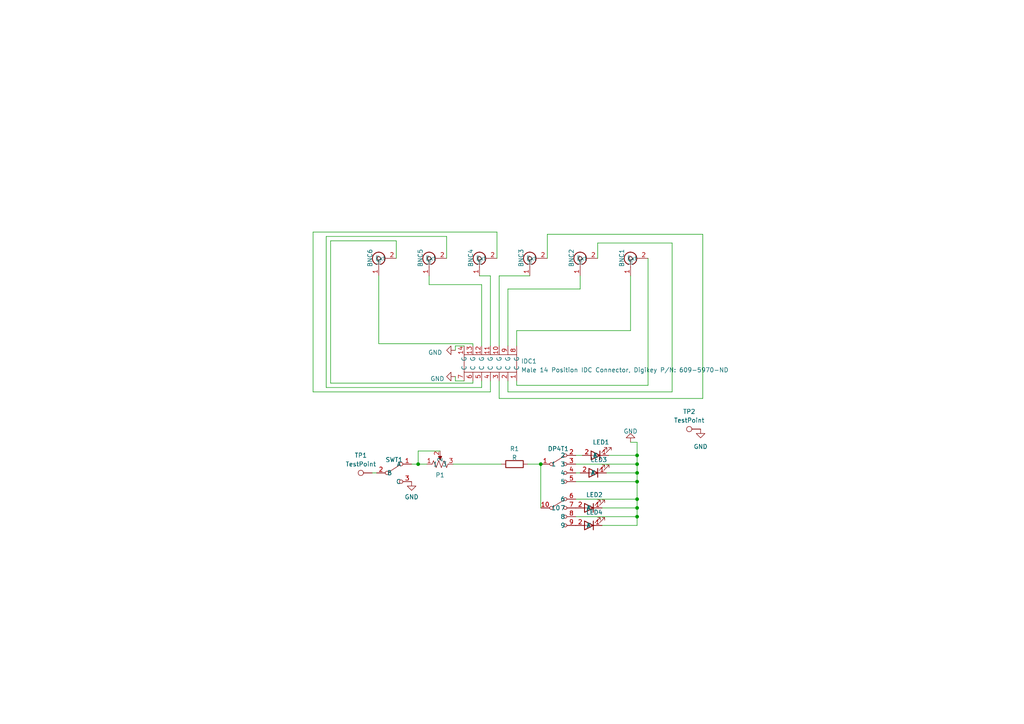
<source format=kicad_sch>
(kicad_sch (version 20230121) (generator eeschema)

  (uuid 8460b836-8eff-47e8-abfe-11c57614fe1f)

  (paper "A4")

  (lib_symbols
    (symbol "Connector:TestPoint" (pin_numbers hide) (pin_names (offset 0.762) hide) (in_bom yes) (on_board yes)
      (property "Reference" "TP" (at 0 6.858 0)
        (effects (font (size 1.27 1.27)))
      )
      (property "Value" "TestPoint" (at 0 5.08 0)
        (effects (font (size 1.27 1.27)))
      )
      (property "Footprint" "" (at 5.08 0 0)
        (effects (font (size 1.27 1.27)) hide)
      )
      (property "Datasheet" "~" (at 5.08 0 0)
        (effects (font (size 1.27 1.27)) hide)
      )
      (property "ki_keywords" "test point tp" (at 0 0 0)
        (effects (font (size 1.27 1.27)) hide)
      )
      (property "ki_description" "test point" (at 0 0 0)
        (effects (font (size 1.27 1.27)) hide)
      )
      (property "ki_fp_filters" "Pin* Test*" (at 0 0 0)
        (effects (font (size 1.27 1.27)) hide)
      )
      (symbol "TestPoint_0_1"
        (circle (center 0 3.302) (radius 0.762)
          (stroke (width 0) (type default))
          (fill (type none))
        )
      )
      (symbol "TestPoint_1_1"
        (pin passive line (at 0 0 90) (length 2.54)
          (name "1" (effects (font (size 1.27 1.27))))
          (number "1" (effects (font (size 1.27 1.27))))
        )
      )
    )
    (symbol "Device:R" (pin_numbers hide) (pin_names (offset 0)) (in_bom yes) (on_board yes)
      (property "Reference" "R" (at 2.032 0 90)
        (effects (font (size 1.27 1.27)))
      )
      (property "Value" "R" (at 0 0 90)
        (effects (font (size 1.27 1.27)))
      )
      (property "Footprint" "" (at -1.778 0 90)
        (effects (font (size 1.27 1.27)) hide)
      )
      (property "Datasheet" "~" (at 0 0 0)
        (effects (font (size 1.27 1.27)) hide)
      )
      (property "ki_keywords" "R res resistor" (at 0 0 0)
        (effects (font (size 1.27 1.27)) hide)
      )
      (property "ki_description" "Resistor" (at 0 0 0)
        (effects (font (size 1.27 1.27)) hide)
      )
      (property "ki_fp_filters" "R_*" (at 0 0 0)
        (effects (font (size 1.27 1.27)) hide)
      )
      (symbol "R_0_1"
        (rectangle (start -1.016 -2.54) (end 1.016 2.54)
          (stroke (width 0.254) (type default))
          (fill (type none))
        )
      )
      (symbol "R_1_1"
        (pin passive line (at 0 3.81 270) (length 1.27)
          (name "~" (effects (font (size 1.27 1.27))))
          (number "1" (effects (font (size 1.27 1.27))))
        )
        (pin passive line (at 0 -3.81 90) (length 1.27)
          (name "~" (effects (font (size 1.27 1.27))))
          (number "2" (effects (font (size 1.27 1.27))))
        )
      )
    )
    (symbol "Genera_BNC_Schematic_Library:AV2 SPDT Switch" (in_bom yes) (on_board yes)
      (property "Reference" "SWT" (at 0.254 2.794 0)
        (effects (font (size 1.27 1.27)))
      )
      (property "Value" "AV2 SPDT Switch, Digikey P/N: CKN1447-ND" (at 0 0 0)
        (effects (font (size 1.27 1.27)) hide)
      )
      (property "Footprint" "General_BNC_Footprint_Library:AV2_Switch" (at 0 0 0)
        (effects (font (size 1.27 1.27)) hide)
      )
      (property "Datasheet" "https://www.mouser.ca/datasheet/2/240/7000toggle-3050784.pdf" (at 0 0 0)
        (effects (font (size 1.27 1.27)) hide)
      )
      (symbol "AV2 SPDT Switch_0_0"
        (circle (center 3.048 0) (radius 0.508)
          (stroke (width 0) (type default))
          (fill (type none))
        )
        (circle (center 7.112 -2.54) (radius 0.508)
          (stroke (width 0) (type default))
          (fill (type none))
        )
      )
      (symbol "AV2 SPDT Switch_0_1"
        (polyline
          (pts
            (xy 3.556 0.254)
            (xy 6.731 2.286)
          )
          (stroke (width 0) (type default))
          (fill (type none))
        )
        (circle (center 7.112 2.54) (radius 0.508)
          (stroke (width 0) (type default))
          (fill (type none))
        )
      )
      (symbol "AV2 SPDT Switch_1_1"
        (pin passive line (at 10.16 2.54 180) (length 2.54)
          (name "A" (effects (font (size 1.27 1.27))))
          (number "1" (effects (font (size 1.27 1.27))))
        )
        (pin passive line (at 0 0 0) (length 2.54)
          (name "B" (effects (font (size 1.27 1.27))))
          (number "2" (effects (font (size 1.27 1.27))))
        )
        (pin passive line (at 10.16 -2.54 180) (length 2.54)
          (name "C" (effects (font (size 1.27 1.27))))
          (number "3" (effects (font (size 1.27 1.27))))
        )
      )
    )
    (symbol "Genera_BNC_Schematic_Library:DP4T_Rotary_Switch" (in_bom yes) (on_board yes)
      (property "Reference" "DP4T" (at 0 2.794 0)
        (effects (font (size 1.27 1.27)))
      )
      (property "Value" "Rotary Switches 2 POLE 4 POS D SHAFT, Mouser P/N: 105-SR10010F-24NS" (at 1.778 14.478 0)
        (effects (font (size 1.27 1.27)) hide)
      )
      (property "Footprint" "General_BNC_Footprint_Library:Rotary Switches 2 Pole 4 Position" (at -0.508 17.018 0)
        (effects (font (size 1.27 1.27)) hide)
      )
      (property "Datasheet" "https://www.mouser.ca/datasheet/2/13/SR10010F-2303790.pdf" (at 0.508 11.938 0)
        (effects (font (size 1.27 1.27)) hide)
      )
      (symbol "DP4T_Rotary_Switch_0_1"
        (polyline
          (pts
            (xy 3.429 -12.446)
            (xy 6.731 -10.414)
          )
          (stroke (width 0) (type default))
          (fill (type none))
        )
        (polyline
          (pts
            (xy 3.429 0.254)
            (xy 6.731 2.286)
          )
          (stroke (width 0) (type default))
          (fill (type none))
        )
        (circle (center 3.048 -12.7) (radius 0.4572)
          (stroke (width 0) (type default))
          (fill (type none))
        )
        (circle (center 3.048 0) (radius 0.4572)
          (stroke (width 0) (type default))
          (fill (type none))
        )
        (circle (center 7.112 -17.78) (radius 0.4572)
          (stroke (width 0) (type default))
          (fill (type none))
        )
        (circle (center 7.112 -15.24) (radius 0.4572)
          (stroke (width 0) (type default))
          (fill (type none))
        )
        (circle (center 7.112 -12.7) (radius 0.4572)
          (stroke (width 0) (type default))
          (fill (type none))
        )
        (circle (center 7.112 -10.16) (radius 0.4572)
          (stroke (width 0) (type default))
          (fill (type none))
        )
        (circle (center 7.112 -5.08) (radius 0.4572)
          (stroke (width 0) (type default))
          (fill (type none))
        )
        (circle (center 7.112 -2.54) (radius 0.4572)
          (stroke (width 0) (type default))
          (fill (type none))
        )
        (circle (center 7.112 0) (radius 0.4572)
          (stroke (width 0) (type default))
          (fill (type none))
        )
        (circle (center 7.112 2.54) (radius 0.4572)
          (stroke (width 0) (type default))
          (fill (type none))
        )
      )
      (symbol "DP4T_Rotary_Switch_1_1"
        (pin passive line (at 0 0 0) (length 2.54)
          (name "1" (effects (font (size 1.27 1.27))))
          (number "1" (effects (font (size 1.27 1.27))))
        )
        (pin passive line (at 0 -12.7 0) (length 2.54)
          (name "10" (effects (font (size 1.27 1.27))))
          (number "10" (effects (font (size 1.27 1.27))))
        )
        (pin passive line (at 10.16 2.54 180) (length 2.54)
          (name "2" (effects (font (size 1.27 1.27))))
          (number "2" (effects (font (size 1.27 1.27))))
        )
        (pin passive line (at 10.16 0 180) (length 2.54)
          (name "3" (effects (font (size 1.27 1.27))))
          (number "3" (effects (font (size 1.27 1.27))))
        )
        (pin passive line (at 10.16 -2.54 180) (length 2.54)
          (name "4" (effects (font (size 1.27 1.27))))
          (number "4" (effects (font (size 1.27 1.27))))
        )
        (pin passive line (at 10.16 -5.08 180) (length 2.54)
          (name "5" (effects (font (size 1.27 1.27))))
          (number "5" (effects (font (size 1.27 1.27))))
        )
        (pin passive line (at 10.16 -10.16 180) (length 2.54)
          (name "6" (effects (font (size 1.27 1.27))))
          (number "6" (effects (font (size 1.27 1.27))))
        )
        (pin passive line (at 10.16 -12.7 180) (length 2.54)
          (name "7" (effects (font (size 1.27 1.27))))
          (number "7" (effects (font (size 1.27 1.27))))
        )
        (pin passive line (at 10.16 -15.24 180) (length 2.54)
          (name "8" (effects (font (size 1.27 1.27))))
          (number "8" (effects (font (size 1.27 1.27))))
        )
        (pin passive line (at 10.16 -17.78 180) (length 2.54)
          (name "9" (effects (font (size 1.27 1.27))))
          (number "9" (effects (font (size 1.27 1.27))))
        )
      )
    )
    (symbol "Genera_BNC_Schematic_Library:LED" (in_bom yes) (on_board yes)
      (property "Reference" "LED" (at 3.556 2.032 0)
        (effects (font (size 1.27 1.27)))
      )
      (property "Value" "LED Mouser P/N: 551-0407F" (at 0 0 0)
        (effects (font (size 1.27 1.27)) hide)
      )
      (property "Footprint" "General_BNC_Footprint_Library:LED" (at 0 0 0)
        (effects (font (size 1.27 1.27)) hide)
      )
      (property "Datasheet" "https://www.mouser.ca/datasheet/2/109/551_xx07-1163311.pdf" (at 0 0 0)
        (effects (font (size 1.27 1.27)) hide)
      )
      (symbol "LED_0_1"
        (polyline
          (pts
            (xy 2.54 -1.27)
            (xy 2.54 1.27)
          )
          (stroke (width 0.254) (type default))
          (fill (type none))
        )
        (polyline
          (pts
            (xy 2.54 0)
            (xy 5.08 0)
          )
          (stroke (width 0) (type default))
          (fill (type none))
        )
        (polyline
          (pts
            (xy 5.08 -1.27)
            (xy 5.08 1.27)
            (xy 2.54 0)
            (xy 5.08 -1.27)
          )
          (stroke (width 0.254) (type default))
          (fill (type none))
        )
        (polyline
          (pts
            (xy 0.762 -0.762)
            (xy -0.762 -2.286)
            (xy 0 -2.286)
            (xy -0.762 -2.286)
            (xy -0.762 -1.524)
          )
          (stroke (width 0) (type default))
          (fill (type none))
        )
        (polyline
          (pts
            (xy 2.032 -0.762)
            (xy 0.508 -2.286)
            (xy 1.27 -2.286)
            (xy 0.508 -2.286)
            (xy 0.508 -1.524)
          )
          (stroke (width 0) (type default))
          (fill (type none))
        )
      )
      (symbol "LED_1_1"
        (pin passive line (at 0 0 0) (length 2.54)
          (name "K" (effects (font (size 1.27 1.27))))
          (number "1" (effects (font (size 1.27 1.27))))
        )
        (pin passive line (at 7.62 0 180) (length 2.54)
          (name "A" (effects (font (size 1.27 1.27))))
          (number "2" (effects (font (size 1.27 1.27))))
        )
      )
    )
    (symbol "Genera_BNC_Schematic_Library:Potentiometer" (in_bom yes) (on_board yes)
      (property "Reference" "P" (at 0 0 0)
        (effects (font (size 1.27 1.27)))
      )
      (property "Value" "Potentiometer, Digikey P/N: 3590P-2-103L-ND" (at 0 0 0)
        (effects (font (size 1.27 1.27)) hide)
      )
      (property "Footprint" "General_BNC_Footprint_Library:Potentiometer" (at 0 0 0)
        (effects (font (size 1.27 1.27)) hide)
      )
      (property "Datasheet" "https://www.bourns.com/docs/Product-Datasheets/3590.pdf" (at 0 0 0)
        (effects (font (size 1.27 1.27)) hide)
      )
      (symbol "Potentiometer_0_1"
        (polyline
          (pts
            (xy 0 -2.286)
            (xy 0 -2.54)
          )
          (stroke (width 0) (type default))
          (fill (type none))
        )
        (polyline
          (pts
            (xy 0 2.54)
            (xy 0 2.286)
          )
          (stroke (width 0) (type default))
          (fill (type none))
        )
        (polyline
          (pts
            (xy 2.54 0)
            (xy 1.524 0)
          )
          (stroke (width 0) (type default))
          (fill (type none))
        )
        (polyline
          (pts
            (xy 1.143 0)
            (xy 2.286 0.508)
            (xy 2.286 -0.508)
            (xy 1.143 0)
          )
          (stroke (width 0) (type default))
          (fill (type outline))
        )
        (polyline
          (pts
            (xy 0 -0.762)
            (xy 1.016 -1.143)
            (xy 0 -1.524)
            (xy -1.016 -1.905)
            (xy 0 -2.286)
          )
          (stroke (width 0) (type default))
          (fill (type none))
        )
        (polyline
          (pts
            (xy 0 0.762)
            (xy 1.016 0.381)
            (xy 0 0)
            (xy -1.016 -0.381)
            (xy 0 -0.762)
          )
          (stroke (width 0) (type default))
          (fill (type none))
        )
        (polyline
          (pts
            (xy 0 2.286)
            (xy 1.016 1.905)
            (xy 0 1.524)
            (xy -1.016 1.143)
            (xy 0 0.762)
          )
          (stroke (width 0) (type default))
          (fill (type none))
        )
      )
      (symbol "Potentiometer_1_1"
        (pin passive line (at 0 3.81 270) (length 1.27)
          (name "1" (effects (font (size 1.27 1.27))))
          (number "1" (effects (font (size 1.27 1.27))))
        )
        (pin passive line (at 3.81 0 180) (length 1.27)
          (name "2" (effects (font (size 1.27 1.27))))
          (number "2" (effects (font (size 1.27 1.27))))
        )
        (pin passive line (at 0 -3.81 90) (length 1.27)
          (name "3" (effects (font (size 1.27 1.27))))
          (number "3" (effects (font (size 1.27 1.27))))
        )
      )
    )
    (symbol "General_BNC_PCB_BOARD2_Schematic_Library:14_Position_Male_IDC" (in_bom yes) (on_board yes)
      (property "Reference" "IDC" (at 6.35 -2.794 0)
        (effects (font (size 1.27 1.27)))
      )
      (property "Value" "Male 14 Position IDC Connector, Digikey P/N: 609-5970-ND" (at -1.524 -17.78 0)
        (effects (font (size 1.27 1.27)))
      )
      (property "Footprint" "General_BNC_PCB_BOARD2_Footprint_Library:Male IDC Connector" (at 1.016 -14.986 0)
        (effects (font (size 1.27 1.27)) hide)
      )
      (property "Datasheet" "https://cdn.amphenol-cs.com/media/wysiwyg/files/drawing/71922.pdf" (at -0.254 -21.082 0)
        (effects (font (size 1.27 1.27)) hide)
      )
      (symbol "14_Position_Male_IDC_0_1"
        (rectangle (start 0 0) (end 15.24 -5.08)
          (stroke (width 0) (type default))
          (fill (type none))
        )
      )
      (symbol "14_Position_Male_IDC_1_1"
        (pin passive line (at 0 2.54 270) (length 2.54)
          (name "C" (effects (font (size 1.27 1.27))))
          (number "1" (effects (font (size 1.27 1.27))))
        )
        (pin passive line (at 5.08 -7.62 90) (length 2.54)
          (name "G" (effects (font (size 1.27 1.27))))
          (number "10" (effects (font (size 1.27 1.27))))
        )
        (pin passive line (at 7.62 -7.62 90) (length 2.54)
          (name "G" (effects (font (size 1.27 1.27))))
          (number "11" (effects (font (size 1.27 1.27))))
        )
        (pin passive line (at 10.16 -7.62 90) (length 2.54)
          (name "G" (effects (font (size 1.27 1.27))))
          (number "12" (effects (font (size 1.27 1.27))))
        )
        (pin passive line (at 12.7 -7.62 90) (length 2.54)
          (name "G" (effects (font (size 1.27 1.27))))
          (number "13" (effects (font (size 1.27 1.27))))
        )
        (pin passive line (at 15.24 -7.62 90) (length 2.54)
          (name "G" (effects (font (size 1.27 1.27))))
          (number "14" (effects (font (size 1.27 1.27))))
        )
        (pin passive line (at 2.54 2.54 270) (length 2.54)
          (name "C" (effects (font (size 1.27 1.27))))
          (number "2" (effects (font (size 1.27 1.27))))
        )
        (pin passive line (at 5.08 2.54 270) (length 2.54)
          (name "C" (effects (font (size 1.27 1.27))))
          (number "3" (effects (font (size 1.27 1.27))))
        )
        (pin passive line (at 7.62 2.54 270) (length 2.54)
          (name "C" (effects (font (size 1.27 1.27))))
          (number "4" (effects (font (size 1.27 1.27))))
        )
        (pin passive line (at 10.16 2.54 270) (length 2.54)
          (name "C" (effects (font (size 1.27 1.27))))
          (number "5" (effects (font (size 1.27 1.27))))
        )
        (pin passive line (at 12.7 2.54 270) (length 2.54)
          (name "C" (effects (font (size 1.27 1.27))))
          (number "6" (effects (font (size 1.27 1.27))))
        )
        (pin passive line (at 15.24 2.54 270) (length 2.54)
          (name "C" (effects (font (size 1.27 1.27))))
          (number "7" (effects (font (size 1.27 1.27))))
        )
        (pin passive line (at 0 -7.62 90) (length 2.54)
          (name "G" (effects (font (size 1.27 1.27))))
          (number "8" (effects (font (size 1.27 1.27))))
        )
        (pin passive line (at 2.54 -7.62 90) (length 2.54)
          (name "G" (effects (font (size 1.27 1.27))))
          (number "9" (effects (font (size 1.27 1.27))))
        )
      )
    )
    (symbol "General_BNC_PCB_BOARD2_Schematic_Library:Right_Angle_Single_Level_BNC" (in_bom yes) (on_board yes)
      (property "Reference" "BNC" (at 0 0 0)
        (effects (font (size 1.27 1.27)))
      )
      (property "Value" "Coaxial Connectors RA, Digikey P/N: WM5514-ND" (at 0 0 0)
        (effects (font (size 1.27 1.27)) hide)
      )
      (property "Footprint" "General_BNC_PCB_BOARD2_Footprint_Library:Right Angle Single Level BNC" (at 0 0 0)
        (effects (font (size 1.27 1.27)) hide)
      )
      (property "Datasheet" "https://tools.molex.com/pdm_docs/sd/731375003_sd.pdf" (at 0 0 0)
        (effects (font (size 1.27 1.27)) hide)
      )
      (symbol "Right_Angle_Single_Level_BNC_0_1"
        (polyline
          (pts
            (xy 2.54 0)
            (xy 4.572 0)
          )
          (stroke (width 0) (type default))
          (fill (type none))
        )
        (polyline
          (pts
            (xy 5.08 -2.54)
            (xy 5.08 -1.778)
          )
          (stroke (width 0) (type default))
          (fill (type none))
        )
        (arc (start 3.302 -0.508) (mid 5.302 -1.808) (end 6.858 0)
          (stroke (width 0.254) (type default))
          (fill (type none))
        )
        (circle (center 5.08 0) (radius 0.508)
          (stroke (width 0.2032) (type default))
          (fill (type none))
        )
        (arc (start 6.858 0) (mid 5.3021 1.8083) (end 3.302 0.508)
          (stroke (width 0.254) (type default))
          (fill (type none))
        )
      )
      (symbol "Right_Angle_Single_Level_BNC_1_1"
        (pin passive line (at 0 0 0) (length 2.54)
          (name "In" (effects (font (size 1.27 1.27))))
          (number "1" (effects (font (size 1.27 1.27))))
        )
        (pin passive line (at 5.08 -5.08 90) (length 2.54)
          (name "Ext" (effects (font (size 1.27 1.27))))
          (number "2" (effects (font (size 1.27 1.27))))
        )
      )
    )
    (symbol "power:GND" (power) (pin_names (offset 0)) (in_bom yes) (on_board yes)
      (property "Reference" "#PWR" (at 0 -6.35 0)
        (effects (font (size 1.27 1.27)) hide)
      )
      (property "Value" "GND" (at 0 -3.81 0)
        (effects (font (size 1.27 1.27)))
      )
      (property "Footprint" "" (at 0 0 0)
        (effects (font (size 1.27 1.27)) hide)
      )
      (property "Datasheet" "" (at 0 0 0)
        (effects (font (size 1.27 1.27)) hide)
      )
      (property "ki_keywords" "global power" (at 0 0 0)
        (effects (font (size 1.27 1.27)) hide)
      )
      (property "ki_description" "Power symbol creates a global label with name \"GND\" , ground" (at 0 0 0)
        (effects (font (size 1.27 1.27)) hide)
      )
      (symbol "GND_0_1"
        (polyline
          (pts
            (xy 0 0)
            (xy 0 -1.27)
            (xy 1.27 -1.27)
            (xy 0 -2.54)
            (xy -1.27 -1.27)
            (xy 0 -1.27)
          )
          (stroke (width 0) (type default))
          (fill (type none))
        )
      )
      (symbol "GND_1_1"
        (pin power_in line (at 0 0 270) (length 0) hide
          (name "GND" (effects (font (size 1.27 1.27))))
          (number "1" (effects (font (size 1.27 1.27))))
        )
      )
    )
  )

  (junction (at 184.785 139.7) (diameter 0) (color 0 0 0 0)
    (uuid 0a0e811e-88da-49dd-b6a1-4d47bb0f3e92)
  )
  (junction (at 184.785 137.16) (diameter 0) (color 0 0 0 0)
    (uuid 143fe2f9-60e8-4dcf-9606-85a4c487edc5)
  )
  (junction (at 184.785 134.62) (diameter 0) (color 0 0 0 0)
    (uuid 3383c333-ed2d-4c15-bbce-95dcf9d25713)
  )
  (junction (at 121.285 134.62) (diameter 0) (color 0 0 0 0)
    (uuid 3f81b9e2-27ec-41dc-bbc0-edf3ce2a56f3)
  )
  (junction (at 184.785 144.78) (diameter 0) (color 0 0 0 0)
    (uuid 491eac48-6883-4a0f-883f-9475a478b951)
  )
  (junction (at 184.785 149.86) (diameter 0) (color 0 0 0 0)
    (uuid 5584e207-fb99-42e4-92d8-0aaad8795837)
  )
  (junction (at 184.785 147.32) (diameter 0) (color 0 0 0 0)
    (uuid 79a10ce2-c250-4968-9bba-274f347226ee)
  )
  (junction (at 156.845 134.62) (diameter 0) (color 0 0 0 0)
    (uuid 9c15d1ca-35a2-4c64-8d76-592ba6a225a2)
  )
  (junction (at 184.785 132.08) (diameter 0) (color 0 0 0 0)
    (uuid b725f983-52d7-4141-98f3-b9f8232bb0ff)
  )

  (wire (pts (xy 156.845 134.62) (xy 156.845 147.32))
    (stroke (width 0) (type default))
    (uuid 00bfd835-3066-4f5e-bf21-5ee4b9cf0700)
  )
  (wire (pts (xy 203.835 67.945) (xy 203.835 115.57))
    (stroke (width 0) (type default))
    (uuid 0128c88c-5034-4d6b-9d22-58ca01d463ef)
  )
  (wire (pts (xy 194.945 113.665) (xy 147.32 113.665))
    (stroke (width 0) (type default))
    (uuid 07ca7e50-d57d-4cb5-b764-58370d556c47)
  )
  (wire (pts (xy 119.38 134.62) (xy 121.285 134.62))
    (stroke (width 0) (type default))
    (uuid 0bdcef90-c28c-483b-aa04-f0882f59ef90)
  )
  (wire (pts (xy 124.46 80.01) (xy 124.46 82.55))
    (stroke (width 0) (type default))
    (uuid 0d60d86a-4661-49af-98b1-8d0e411ca9ba)
  )
  (wire (pts (xy 139.7 82.55) (xy 139.7 100.33))
    (stroke (width 0) (type default))
    (uuid 0d8559f1-fe94-47c6-927a-ad028814f1ed)
  )
  (wire (pts (xy 175.895 137.16) (xy 184.785 137.16))
    (stroke (width 0) (type default))
    (uuid 1cec023c-753c-4f0f-a7d1-b458c9512009)
  )
  (wire (pts (xy 184.785 132.08) (xy 184.785 134.62))
    (stroke (width 0) (type default))
    (uuid 1f663334-964b-4ad3-969b-966c15436cfb)
  )
  (wire (pts (xy 121.285 134.62) (xy 123.825 134.62))
    (stroke (width 0) (type default))
    (uuid 2848f1c2-3fce-4efa-b70d-43b75ec2e272)
  )
  (wire (pts (xy 184.785 147.32) (xy 184.785 144.78))
    (stroke (width 0) (type default))
    (uuid 2d675c8a-9071-401c-a2dd-d7dce735c73b)
  )
  (wire (pts (xy 184.785 134.62) (xy 184.785 137.16))
    (stroke (width 0) (type default))
    (uuid 2f9eb2ee-a229-40ac-87ac-e3d9529b07e2)
  )
  (wire (pts (xy 94.615 112.395) (xy 94.615 68.58))
    (stroke (width 0) (type default))
    (uuid 31f524b3-e4cf-40cf-bf1f-c282d4fe1d3b)
  )
  (wire (pts (xy 144.78 110.49) (xy 144.78 115.57))
    (stroke (width 0) (type default))
    (uuid 361dcd99-578c-4752-88fe-f8cb0bac7715)
  )
  (wire (pts (xy 137.16 111.125) (xy 137.16 110.49))
    (stroke (width 0) (type default))
    (uuid 37be75eb-672c-4c34-b9c2-925b0e78d1b1)
  )
  (wire (pts (xy 109.855 80.01) (xy 109.855 99.695))
    (stroke (width 0) (type default))
    (uuid 3867bace-f606-41ee-a11b-abd4c433d5f6)
  )
  (wire (pts (xy 134.62 100.33) (xy 132.08 100.33))
    (stroke (width 0) (type default))
    (uuid 3aeb53a8-14d4-49d1-b33f-a5ea8a36e013)
  )
  (wire (pts (xy 147.32 113.665) (xy 147.32 110.49))
    (stroke (width 0) (type default))
    (uuid 3f2bb400-754b-4766-aa94-47ab74df3c9c)
  )
  (wire (pts (xy 149.86 95.885) (xy 182.88 95.885))
    (stroke (width 0) (type default))
    (uuid 418da555-73f1-4bbc-b7e5-99b7bfeb2830)
  )
  (wire (pts (xy 95.885 111.125) (xy 137.16 111.125))
    (stroke (width 0) (type default))
    (uuid 4286bec3-d7e5-4a9d-b3b7-35dd876dec91)
  )
  (wire (pts (xy 176.53 132.08) (xy 184.785 132.08))
    (stroke (width 0) (type default))
    (uuid 4424f78b-d8af-46e4-90f5-27e37997d755)
  )
  (wire (pts (xy 167.005 134.62) (xy 184.785 134.62))
    (stroke (width 0) (type default))
    (uuid 46850ac5-bc36-484a-aa84-7130d3c1913d)
  )
  (wire (pts (xy 184.785 128.27) (xy 184.785 132.08))
    (stroke (width 0) (type default))
    (uuid 4760bad8-ae69-48ef-900b-c10a92d5574c)
  )
  (wire (pts (xy 153.67 80.01) (xy 144.78 80.01))
    (stroke (width 0) (type default))
    (uuid 4d012e70-50dc-4e76-9423-a5e439903ad1)
  )
  (wire (pts (xy 124.46 82.55) (xy 139.7 82.55))
    (stroke (width 0) (type default))
    (uuid 55fc633b-5383-48b1-93c0-cd770dea13b4)
  )
  (wire (pts (xy 184.785 149.86) (xy 184.785 147.32))
    (stroke (width 0) (type default))
    (uuid 56627223-94a0-4e38-8cba-f9c6716a6e47)
  )
  (wire (pts (xy 184.785 137.16) (xy 184.785 139.7))
    (stroke (width 0) (type default))
    (uuid 5f4cb3e3-2249-442f-b354-0900e6ce8bb9)
  )
  (wire (pts (xy 182.88 128.27) (xy 184.785 128.27))
    (stroke (width 0) (type default))
    (uuid 5f4ccf17-a5db-4b43-8de8-1a7bc952df66)
  )
  (wire (pts (xy 182.88 80.01) (xy 182.88 95.885))
    (stroke (width 0) (type default))
    (uuid 5f8c23de-c7ac-42f9-9f2d-489990d4d73d)
  )
  (wire (pts (xy 168.275 80.01) (xy 168.275 83.82))
    (stroke (width 0) (type default))
    (uuid 62207f5d-9f3d-465c-9b82-b8c1d19e8114)
  )
  (wire (pts (xy 184.785 152.4) (xy 184.785 149.86))
    (stroke (width 0) (type default))
    (uuid 65321b38-2eba-42b7-a168-ecb29d57f4fb)
  )
  (wire (pts (xy 167.005 137.16) (xy 168.275 137.16))
    (stroke (width 0) (type default))
    (uuid 69623e5e-0136-432a-83f0-270cf01437ea)
  )
  (wire (pts (xy 173.355 74.93) (xy 173.355 70.485))
    (stroke (width 0) (type default))
    (uuid 6a0d540d-0e0d-4fda-b50c-07897844fcc6)
  )
  (wire (pts (xy 132.08 100.33) (xy 132.08 101.6))
    (stroke (width 0) (type default))
    (uuid 6cc1a75b-3604-482e-adef-f9a7697b8548)
  )
  (wire (pts (xy 153.035 134.62) (xy 156.845 134.62))
    (stroke (width 0) (type default))
    (uuid 6d3fc007-7ee1-4085-bbdb-c4b74af8cf6b)
  )
  (wire (pts (xy 187.96 111.76) (xy 149.86 111.76))
    (stroke (width 0) (type default))
    (uuid 6e1b14a2-33a2-4eed-a67f-d85cb3135ab9)
  )
  (wire (pts (xy 174.625 152.4) (xy 184.785 152.4))
    (stroke (width 0) (type default))
    (uuid 792a73aa-9af7-420f-b043-cd92ed37f8ad)
  )
  (wire (pts (xy 149.86 111.76) (xy 149.86 110.49))
    (stroke (width 0) (type default))
    (uuid 794806b4-46cf-490d-a421-238e7b01129c)
  )
  (wire (pts (xy 95.885 69.85) (xy 95.885 111.125))
    (stroke (width 0) (type default))
    (uuid 7e5c906c-517a-4305-9492-316d80e269f3)
  )
  (wire (pts (xy 167.005 132.08) (xy 168.91 132.08))
    (stroke (width 0) (type default))
    (uuid 7f06cfcf-19ea-419b-b3ee-082a1db1ca80)
  )
  (wire (pts (xy 173.355 70.485) (xy 194.945 70.485))
    (stroke (width 0) (type default))
    (uuid 80232549-85da-4a1a-ab50-c29de08380fe)
  )
  (wire (pts (xy 109.855 99.695) (xy 137.16 99.695))
    (stroke (width 0) (type default))
    (uuid 897f857d-76e4-458a-8ba8-0b1cca62e049)
  )
  (wire (pts (xy 149.86 95.885) (xy 149.86 100.33))
    (stroke (width 0) (type default))
    (uuid 89d66351-8dca-4cdd-ad5c-57ef4a2f5643)
  )
  (wire (pts (xy 139.065 80.01) (xy 142.24 80.01))
    (stroke (width 0) (type default))
    (uuid 8b0644c0-f544-49d9-9700-9e41b87a95c3)
  )
  (wire (pts (xy 121.285 130.81) (xy 127.635 130.81))
    (stroke (width 0) (type default))
    (uuid 8d13400a-8300-4152-b871-a8a02b98683c)
  )
  (wire (pts (xy 167.005 144.78) (xy 184.785 144.78))
    (stroke (width 0) (type default))
    (uuid 903d336c-f7fe-4397-8d28-b4c906d64f93)
  )
  (wire (pts (xy 174.625 147.32) (xy 184.785 147.32))
    (stroke (width 0) (type default))
    (uuid 915c9f5f-b4a5-4375-a34a-db9eb7fa3f09)
  )
  (wire (pts (xy 144.145 67.31) (xy 90.805 67.31))
    (stroke (width 0) (type default))
    (uuid 9293bf28-1d93-400e-9a1f-8c1f756d3f72)
  )
  (wire (pts (xy 90.805 113.665) (xy 142.24 113.665))
    (stroke (width 0) (type default))
    (uuid 941af356-ac9a-40a3-a927-0b7b409bfb58)
  )
  (wire (pts (xy 147.32 83.82) (xy 147.32 100.33))
    (stroke (width 0) (type default))
    (uuid 9882b793-cf13-484f-89a4-9936734e273e)
  )
  (wire (pts (xy 131.445 134.62) (xy 145.415 134.62))
    (stroke (width 0) (type default))
    (uuid 9a0c0d8a-ecc1-465e-a784-134471870cee)
  )
  (wire (pts (xy 167.005 139.7) (xy 184.785 139.7))
    (stroke (width 0) (type default))
    (uuid 9ee00acf-6036-4c19-b440-102b3e32d358)
  )
  (wire (pts (xy 134.62 110.49) (xy 132.08 110.49))
    (stroke (width 0) (type default))
    (uuid a0a249f2-7329-4876-a264-49b80b44fd42)
  )
  (wire (pts (xy 158.75 67.945) (xy 203.835 67.945))
    (stroke (width 0) (type default))
    (uuid a146fca3-573d-432e-b427-ba9e2805d064)
  )
  (wire (pts (xy 114.935 74.93) (xy 114.935 69.85))
    (stroke (width 0) (type default))
    (uuid ae4a187b-4af1-440d-b8a8-7390331348cb)
  )
  (wire (pts (xy 203.835 115.57) (xy 144.78 115.57))
    (stroke (width 0) (type default))
    (uuid b41e2063-457c-4430-86c5-b34dc36a16a2)
  )
  (wire (pts (xy 144.78 80.01) (xy 144.78 100.33))
    (stroke (width 0) (type default))
    (uuid ba3d421c-24a4-49fb-b563-4ea9c665b0a5)
  )
  (wire (pts (xy 94.615 68.58) (xy 129.54 68.58))
    (stroke (width 0) (type default))
    (uuid c3c41f16-505e-449e-8c61-8356e0d4c3bc)
  )
  (wire (pts (xy 142.24 110.49) (xy 142.24 113.665))
    (stroke (width 0) (type default))
    (uuid c60073df-1762-4fa1-bd13-3d332e284f4e)
  )
  (wire (pts (xy 121.285 134.62) (xy 121.285 130.81))
    (stroke (width 0) (type default))
    (uuid ca0bf25e-27bf-45f7-b38c-919e36139d58)
  )
  (wire (pts (xy 194.945 70.485) (xy 194.945 113.665))
    (stroke (width 0) (type default))
    (uuid ca74435d-b437-448a-9101-ca8fb55f36cc)
  )
  (wire (pts (xy 107.95 137.16) (xy 109.22 137.16))
    (stroke (width 0) (type default))
    (uuid caf2838f-fff8-485d-973e-e178b3816b68)
  )
  (wire (pts (xy 184.785 144.78) (xy 184.785 139.7))
    (stroke (width 0) (type default))
    (uuid d2a3512d-7a9a-4a05-8dfe-82030afa6a77)
  )
  (wire (pts (xy 137.16 99.695) (xy 137.16 100.33))
    (stroke (width 0) (type default))
    (uuid d3cc4391-9145-45d9-9591-9eb309477e79)
  )
  (wire (pts (xy 139.7 112.395) (xy 94.615 112.395))
    (stroke (width 0) (type default))
    (uuid d4cc8f88-1f10-4d9f-be4c-095b8df9e6b5)
  )
  (wire (pts (xy 144.145 74.93) (xy 144.145 67.31))
    (stroke (width 0) (type default))
    (uuid d7b3b785-501e-4588-9af4-6bc5211904e7)
  )
  (wire (pts (xy 139.7 110.49) (xy 139.7 112.395))
    (stroke (width 0) (type default))
    (uuid dae6fa15-2757-47c0-875e-a0f7554be2e6)
  )
  (wire (pts (xy 187.96 74.93) (xy 187.96 111.76))
    (stroke (width 0) (type default))
    (uuid dd29b81e-5728-40ea-8e3d-a5eff86edf18)
  )
  (wire (pts (xy 147.32 83.82) (xy 168.275 83.82))
    (stroke (width 0) (type default))
    (uuid e5c5f37f-441c-443f-8fdd-8dd92904e5a0)
  )
  (wire (pts (xy 132.08 110.49) (xy 132.08 109.22))
    (stroke (width 0) (type default))
    (uuid e8f6ce5b-f65e-4e8a-9d2e-6d8e1ecf3cd3)
  )
  (wire (pts (xy 90.805 67.31) (xy 90.805 113.665))
    (stroke (width 0) (type default))
    (uuid e90c1c07-d366-4e74-bdf2-3264f7d28dbf)
  )
  (wire (pts (xy 158.75 74.93) (xy 158.75 67.945))
    (stroke (width 0) (type default))
    (uuid f6b92e07-6607-4ad1-acb2-53537a61d80c)
  )
  (wire (pts (xy 142.24 80.01) (xy 142.24 100.33))
    (stroke (width 0) (type default))
    (uuid fa2e96ea-ff05-41c8-98a5-543614b02c0c)
  )
  (wire (pts (xy 167.005 149.86) (xy 184.785 149.86))
    (stroke (width 0) (type default))
    (uuid fb4e8c27-3ffd-4986-a62c-09a46f9241a6)
  )
  (wire (pts (xy 114.935 69.85) (xy 95.885 69.85))
    (stroke (width 0) (type default))
    (uuid fce1cfe8-9e4b-42c0-8530-2c698fed335e)
  )
  (wire (pts (xy 129.54 68.58) (xy 129.54 74.93))
    (stroke (width 0) (type default))
    (uuid ffe7158c-cc8b-4906-a3ba-2463ddd9d165)
  )

  (symbol (lib_id "Genera_BNC_Schematic_Library:AV2 SPDT Switch") (at 109.22 137.16 0) (unit 1)
    (in_bom yes) (on_board yes) (dnp no) (fields_autoplaced)
    (uuid 0139fda2-9df4-42c8-9b61-caba65e40488)
    (property "Reference" "SWT1" (at 114.3 133.35 0)
      (effects (font (size 1.27 1.27)))
    )
    (property "Value" "AV2 SPDT Switch, Digikey P/N: CKN1447-ND" (at 109.22 137.16 0)
      (effects (font (size 1.27 1.27)) hide)
    )
    (property "Footprint" "General_BNC_Footprint_Library:AV2_Switch" (at 109.22 137.16 0)
      (effects (font (size 1.27 1.27)) hide)
    )
    (property "Datasheet" "https://www.mouser.ca/datasheet/2/240/7000toggle-3050784.pdf" (at 109.22 137.16 0)
      (effects (font (size 1.27 1.27)) hide)
    )
    (pin "1" (uuid f0614815-0567-42f7-96f2-f1e5b90e598b))
    (pin "2" (uuid 22e67e4b-1d8b-4401-bdcd-3b55b0d314aa))
    (pin "3" (uuid b2e53f56-c347-4433-bb4e-1ca42b74d39d))
    (instances
      (project "General_BNC_PCB_BOARD2"
        (path "/8460b836-8eff-47e8-abfe-11c57614fe1f"
          (reference "SWT1") (unit 1)
        )
      )
    )
  )

  (symbol (lib_id "General_BNC_PCB_BOARD2_Schematic_Library:Right_Angle_Single_Level_BNC") (at 168.275 80.01 90) (unit 1)
    (in_bom yes) (on_board yes) (dnp no)
    (uuid 24a0724a-5ebd-45ac-8420-f4a6fd117ee8)
    (property "Reference" "BNC2" (at 165.735 77.47 0)
      (effects (font (size 1.27 1.27)) (justify left))
    )
    (property "Value" "Coaxial Connectors RA, Digikey P/N: WM5514-ND" (at 170.4732 71.12 0)
      (effects (font (size 1.27 1.27)) (justify left) hide)
    )
    (property "Footprint" "General_BNC_PCB_BOARD2_Footprint_Library:Right Angle Single Level BNC" (at 168.275 80.01 0)
      (effects (font (size 1.27 1.27)) hide)
    )
    (property "Datasheet" "https://tools.molex.com/pdm_docs/sd/731375003_sd.pdf" (at 168.275 80.01 0)
      (effects (font (size 1.27 1.27)) hide)
    )
    (pin "1" (uuid 90b32bcd-303c-480d-891b-36cfc1d35299))
    (pin "2" (uuid 390c6bfa-0ed1-4ecb-92e2-e5ceb9604e77))
    (instances
      (project "General_BNC_PCB_BOARD2"
        (path "/8460b836-8eff-47e8-abfe-11c57614fe1f"
          (reference "BNC2") (unit 1)
        )
      )
    )
  )

  (symbol (lib_id "Genera_BNC_Schematic_Library:LED") (at 175.895 137.16 180) (unit 1)
    (in_bom yes) (on_board yes) (dnp no) (fields_autoplaced)
    (uuid 2aba5342-5d2f-4fb6-8a8d-92c13f7b4fb4)
    (property "Reference" "LED3" (at 173.6725 133.35 0)
      (effects (font (size 1.27 1.27)))
    )
    (property "Value" "LED Mouser P/N: 551-0407F" (at 175.895 137.16 0)
      (effects (font (size 1.27 1.27)) hide)
    )
    (property "Footprint" "General_BNC_Footprint_Library:LED" (at 175.895 137.16 0)
      (effects (font (size 1.27 1.27)) hide)
    )
    (property "Datasheet" "https://www.mouser.ca/datasheet/2/109/551_xx07-1163311.pdf" (at 175.895 137.16 0)
      (effects (font (size 1.27 1.27)) hide)
    )
    (pin "1" (uuid 91e55db6-8785-4ef1-ae62-7ddd43b4d7fa))
    (pin "2" (uuid 42c28fe3-32cf-4c79-ae06-3e20f6bd0625))
    (instances
      (project "General_BNC_PCB_BOARD2"
        (path "/8460b836-8eff-47e8-abfe-11c57614fe1f"
          (reference "LED3") (unit 1)
        )
      )
    )
  )

  (symbol (lib_id "Genera_BNC_Schematic_Library:Potentiometer") (at 127.635 134.62 90) (unit 1)
    (in_bom yes) (on_board yes) (dnp no) (fields_autoplaced)
    (uuid 2d84b870-a087-4866-83c2-1fb9ac91d68a)
    (property "Reference" "P1" (at 127.635 137.795 90)
      (effects (font (size 1.27 1.27)))
    )
    (property "Value" "Potentiometer, Digikey P/N: 3590P-2-103L-ND" (at 127.635 134.62 0)
      (effects (font (size 1.27 1.27)) hide)
    )
    (property "Footprint" "General_BNC_Footprint_Library:Potentiometer" (at 127.635 134.62 0)
      (effects (font (size 1.27 1.27)) hide)
    )
    (property "Datasheet" "https://www.bourns.com/docs/Product-Datasheets/3590.pdf" (at 127.635 134.62 0)
      (effects (font (size 1.27 1.27)) hide)
    )
    (pin "1" (uuid 5cfd3be0-eb1c-4650-aefa-64d6e83e0041))
    (pin "2" (uuid 4dfa1410-222f-422d-a068-479e56456d6b))
    (pin "3" (uuid 58ce0534-336c-4f12-95bc-a4a260d71a65))
    (instances
      (project "General_BNC_PCB_BOARD2"
        (path "/8460b836-8eff-47e8-abfe-11c57614fe1f"
          (reference "P1") (unit 1)
        )
      )
    )
  )

  (symbol (lib_id "Genera_BNC_Schematic_Library:DP4T_Rotary_Switch") (at 156.845 134.62 0) (unit 1)
    (in_bom yes) (on_board yes) (dnp no) (fields_autoplaced)
    (uuid 42906ebb-6bad-4642-bea6-ed846a8c290d)
    (property "Reference" "DP4T1" (at 161.925 130.175 0)
      (effects (font (size 1.27 1.27)))
    )
    (property "Value" "Rotary Switches 2 POLE 4 POS D SHAFT, Mouser P/N: 105-SR10010F-24NS" (at 156.845 134.62 0)
      (effects (font (size 1.27 1.27)) hide)
    )
    (property "Footprint" "General_BNC_Footprint_Library:Rotary Switches 2 Pole 4 Position" (at 156.845 134.62 0)
      (effects (font (size 1.27 1.27)) hide)
    )
    (property "Datasheet" "https://www.mouser.ca/datasheet/2/13/SR10010F-2303790.pdf" (at 156.845 134.62 0)
      (effects (font (size 1.27 1.27)) hide)
    )
    (pin "1" (uuid 31b0ecbf-3111-442a-ae30-371d23b02597))
    (pin "10" (uuid 0a287f69-1a0a-431b-b796-015512c9d046))
    (pin "2" (uuid 825db728-2259-48f7-9864-f0c85a6e62cb))
    (pin "3" (uuid 2ab07826-3071-4cc7-aa5c-598d9787f417))
    (pin "4" (uuid 36b9a10d-05da-4370-bcfa-5ce47e9eec11))
    (pin "5" (uuid ee0204c4-86a5-4da3-88b1-b288af7dcc5d))
    (pin "6" (uuid 475fe9ca-6153-4ac3-abf0-4d469e87dd92))
    (pin "7" (uuid 6dcb7707-c0cf-473a-98c0-8e31ebb89fca))
    (pin "8" (uuid ca12b572-04b3-4eef-84ee-60dae1e92550))
    (pin "9" (uuid 2a65f709-4c53-40de-a5cc-0a8e7b8a93dc))
    (instances
      (project "General_BNC_PCB_BOARD2"
        (path "/8460b836-8eff-47e8-abfe-11c57614fe1f"
          (reference "DP4T1") (unit 1)
        )
      )
    )
  )

  (symbol (lib_id "Genera_BNC_Schematic_Library:LED") (at 176.53 132.08 180) (unit 1)
    (in_bom yes) (on_board yes) (dnp no) (fields_autoplaced)
    (uuid 4b593923-0664-4fcb-83a1-4070aa134cbc)
    (property "Reference" "LED1" (at 174.3075 128.27 0)
      (effects (font (size 1.27 1.27)))
    )
    (property "Value" "LED Mouser P/N: 551-0407F" (at 176.53 132.08 0)
      (effects (font (size 1.27 1.27)) hide)
    )
    (property "Footprint" "General_BNC_Footprint_Library:LED" (at 176.53 132.08 0)
      (effects (font (size 1.27 1.27)) hide)
    )
    (property "Datasheet" "https://www.mouser.ca/datasheet/2/109/551_xx07-1163311.pdf" (at 176.53 132.08 0)
      (effects (font (size 1.27 1.27)) hide)
    )
    (pin "1" (uuid aa78b9eb-64f8-4988-9af5-8626ae659548))
    (pin "2" (uuid b4c05585-191d-46ad-8832-a98b4fceef91))
    (instances
      (project "General_BNC_PCB_BOARD2"
        (path "/8460b836-8eff-47e8-abfe-11c57614fe1f"
          (reference "LED1") (unit 1)
        )
      )
    )
  )

  (symbol (lib_id "power:GND") (at 132.08 101.6 270) (unit 1)
    (in_bom yes) (on_board yes) (dnp no) (fields_autoplaced)
    (uuid 4ceaa86e-9e98-4c1d-aad7-d38e89dd7987)
    (property "Reference" "#PWR04" (at 125.73 101.6 0)
      (effects (font (size 1.27 1.27)) hide)
    )
    (property "Value" "GND" (at 128.27 102.235 90)
      (effects (font (size 1.27 1.27)) (justify right))
    )
    (property "Footprint" "" (at 132.08 101.6 0)
      (effects (font (size 1.27 1.27)) hide)
    )
    (property "Datasheet" "" (at 132.08 101.6 0)
      (effects (font (size 1.27 1.27)) hide)
    )
    (pin "1" (uuid 9fd8a838-c90c-4b12-bce4-4bb7f5a4a6ad))
    (instances
      (project "General_BNC_PCB_BOARD2"
        (path "/8460b836-8eff-47e8-abfe-11c57614fe1f"
          (reference "#PWR04") (unit 1)
        )
      )
    )
  )

  (symbol (lib_id "Genera_BNC_Schematic_Library:LED") (at 174.625 147.32 180) (unit 1)
    (in_bom yes) (on_board yes) (dnp no) (fields_autoplaced)
    (uuid 574b0d57-7700-4bbc-a6d0-df0e66d41e0c)
    (property "Reference" "LED2" (at 172.4025 143.51 0)
      (effects (font (size 1.27 1.27)))
    )
    (property "Value" "LED Mouser P/N: 551-0407F" (at 174.625 147.32 0)
      (effects (font (size 1.27 1.27)) hide)
    )
    (property "Footprint" "General_BNC_Footprint_Library:LED" (at 174.625 147.32 0)
      (effects (font (size 1.27 1.27)) hide)
    )
    (property "Datasheet" "https://www.mouser.ca/datasheet/2/109/551_xx07-1163311.pdf" (at 174.625 147.32 0)
      (effects (font (size 1.27 1.27)) hide)
    )
    (pin "1" (uuid 2978dee0-b1be-4d72-8bc9-4b6d92e16dda))
    (pin "2" (uuid bed27c34-1b03-4c86-9e5c-24ba210aa28e))
    (instances
      (project "General_BNC_PCB_BOARD2"
        (path "/8460b836-8eff-47e8-abfe-11c57614fe1f"
          (reference "LED2") (unit 1)
        )
      )
    )
  )

  (symbol (lib_id "General_BNC_PCB_BOARD2_Schematic_Library:Right_Angle_Single_Level_BNC") (at 124.46 80.01 90) (unit 1)
    (in_bom yes) (on_board yes) (dnp no)
    (uuid 5a83e5c2-139a-43a1-b743-fe6c0fc02576)
    (property "Reference" "BNC5" (at 121.92 77.47 0)
      (effects (font (size 1.27 1.27)) (justify left))
    )
    (property "Value" "Coaxial Connectors RA, Digikey P/N: WM5514-ND" (at 126.6582 71.12 0)
      (effects (font (size 1.27 1.27)) (justify left) hide)
    )
    (property "Footprint" "General_BNC_PCB_BOARD2_Footprint_Library:Right Angle Single Level BNC" (at 124.46 80.01 0)
      (effects (font (size 1.27 1.27)) hide)
    )
    (property "Datasheet" "https://tools.molex.com/pdm_docs/sd/731375003_sd.pdf" (at 124.46 80.01 0)
      (effects (font (size 1.27 1.27)) hide)
    )
    (pin "1" (uuid a0300647-fbeb-4ede-aec9-f7de4326aab6))
    (pin "2" (uuid 041611f6-a3ba-4196-b8c9-59fa7898adc6))
    (instances
      (project "General_BNC_PCB_BOARD2"
        (path "/8460b836-8eff-47e8-abfe-11c57614fe1f"
          (reference "BNC5") (unit 1)
        )
      )
    )
  )

  (symbol (lib_id "power:GND") (at 119.38 139.7 0) (unit 1)
    (in_bom yes) (on_board yes) (dnp no) (fields_autoplaced)
    (uuid 5ea7bb9c-2fb2-497e-ba50-7127b6ad259a)
    (property "Reference" "#PWR02" (at 119.38 146.05 0)
      (effects (font (size 1.27 1.27)) hide)
    )
    (property "Value" "GND" (at 119.38 144.145 0)
      (effects (font (size 1.27 1.27)))
    )
    (property "Footprint" "" (at 119.38 139.7 0)
      (effects (font (size 1.27 1.27)) hide)
    )
    (property "Datasheet" "" (at 119.38 139.7 0)
      (effects (font (size 1.27 1.27)) hide)
    )
    (pin "1" (uuid 354976c2-0716-4500-8cf9-be92274dd2ce))
    (instances
      (project "General_BNC_PCB_BOARD2"
        (path "/8460b836-8eff-47e8-abfe-11c57614fe1f"
          (reference "#PWR02") (unit 1)
        )
      )
    )
  )

  (symbol (lib_id "Connector:TestPoint") (at 107.95 137.16 90) (unit 1)
    (in_bom yes) (on_board yes) (dnp no) (fields_autoplaced)
    (uuid 5f8c2a24-8e02-4a3b-b0da-505ace88e63d)
    (property "Reference" "TP1" (at 104.648 132.08 90)
      (effects (font (size 1.27 1.27)))
    )
    (property "Value" "TestPoint" (at 104.648 134.62 90)
      (effects (font (size 1.27 1.27)))
    )
    (property "Footprint" "GENERAL PROJECT - NUMBER 1 LIBRARY - FOOTPRINTS:TestPoint" (at 107.95 132.08 0)
      (effects (font (size 1.27 1.27)) hide)
    )
    (property "Datasheet" "~" (at 107.95 132.08 0)
      (effects (font (size 1.27 1.27)) hide)
    )
    (pin "1" (uuid 64c27e2f-47ed-478c-8115-1a7d45f0092e))
    (instances
      (project "General_BNC_PCB_BOARD2"
        (path "/8460b836-8eff-47e8-abfe-11c57614fe1f"
          (reference "TP1") (unit 1)
        )
      )
    )
  )

  (symbol (lib_id "power:GND") (at 182.88 128.27 180) (unit 1)
    (in_bom yes) (on_board yes) (dnp no) (fields_autoplaced)
    (uuid 7831868f-f449-404b-8a2a-af2c9495f7e4)
    (property "Reference" "#PWR01" (at 182.88 121.92 0)
      (effects (font (size 1.27 1.27)) hide)
    )
    (property "Value" "GND" (at 182.88 125.095 0)
      (effects (font (size 1.27 1.27)))
    )
    (property "Footprint" "" (at 182.88 128.27 0)
      (effects (font (size 1.27 1.27)) hide)
    )
    (property "Datasheet" "" (at 182.88 128.27 0)
      (effects (font (size 1.27 1.27)) hide)
    )
    (pin "1" (uuid 3628e129-08ba-4e04-bf43-5b46ed4c016e))
    (instances
      (project "General_BNC_PCB_BOARD2"
        (path "/8460b836-8eff-47e8-abfe-11c57614fe1f"
          (reference "#PWR01") (unit 1)
        )
      )
    )
  )

  (symbol (lib_id "General_BNC_PCB_BOARD2_Schematic_Library:Right_Angle_Single_Level_BNC") (at 139.065 80.01 90) (unit 1)
    (in_bom yes) (on_board yes) (dnp no)
    (uuid 9544393b-7f01-4a68-8258-0dcebd36f9db)
    (property "Reference" "BNC4" (at 136.525 77.47 0)
      (effects (font (size 1.27 1.27)) (justify left))
    )
    (property "Value" "Coaxial Connectors RA, Digikey P/N: WM5514-ND" (at 141.2632 71.12 0)
      (effects (font (size 1.27 1.27)) (justify left) hide)
    )
    (property "Footprint" "General_BNC_PCB_BOARD2_Footprint_Library:Right Angle Single Level BNC" (at 139.065 80.01 0)
      (effects (font (size 1.27 1.27)) hide)
    )
    (property "Datasheet" "https://tools.molex.com/pdm_docs/sd/731375003_sd.pdf" (at 139.065 80.01 0)
      (effects (font (size 1.27 1.27)) hide)
    )
    (pin "1" (uuid b7229324-94b2-4499-b799-50cf440a8488))
    (pin "2" (uuid af0b2aa9-6f92-414d-9b77-ca16433699ae))
    (instances
      (project "General_BNC_PCB_BOARD2"
        (path "/8460b836-8eff-47e8-abfe-11c57614fe1f"
          (reference "BNC4") (unit 1)
        )
      )
    )
  )

  (symbol (lib_id "Device:R") (at 149.225 134.62 90) (unit 1)
    (in_bom yes) (on_board yes) (dnp no) (fields_autoplaced)
    (uuid 9df6b30b-35dc-4ac0-b852-11864d858be1)
    (property "Reference" "R1" (at 149.225 130.175 90)
      (effects (font (size 1.27 1.27)))
    )
    (property "Value" "R" (at 149.225 132.715 90)
      (effects (font (size 1.27 1.27)))
    )
    (property "Footprint" "Resistor_THT:R_Axial_DIN0207_L6.3mm_D2.5mm_P10.16mm_Horizontal" (at 149.225 136.398 90)
      (effects (font (size 1.27 1.27)) hide)
    )
    (property "Datasheet" "R_Axial_DIN0207_L6.3mm_D2.5mm_P10.16mm_Horizontal" (at 149.225 134.62 0)
      (effects (font (size 1.27 1.27)) hide)
    )
    (pin "1" (uuid b45384b2-2a90-45c2-a735-0c829ff7f7d0))
    (pin "2" (uuid bfd5dd58-01ea-4b88-8eec-ed4e635225bb))
    (instances
      (project "General_BNC_PCB_BOARD2"
        (path "/8460b836-8eff-47e8-abfe-11c57614fe1f"
          (reference "R1") (unit 1)
        )
      )
    )
  )

  (symbol (lib_id "General_BNC_PCB_BOARD2_Schematic_Library:Right_Angle_Single_Level_BNC") (at 153.67 80.01 90) (unit 1)
    (in_bom yes) (on_board yes) (dnp no)
    (uuid b940789b-23fe-4406-bdaf-9f885a80b203)
    (property "Reference" "BNC3" (at 151.13 77.47 0)
      (effects (font (size 1.27 1.27)) (justify left))
    )
    (property "Value" "Coaxial Connectors RA, Digikey P/N: WM5514-ND" (at 155.8682 71.12 0)
      (effects (font (size 1.27 1.27)) (justify left) hide)
    )
    (property "Footprint" "General_BNC_PCB_BOARD2_Footprint_Library:Right Angle Single Level BNC" (at 153.67 80.01 0)
      (effects (font (size 1.27 1.27)) hide)
    )
    (property "Datasheet" "https://tools.molex.com/pdm_docs/sd/731375003_sd.pdf" (at 153.67 80.01 0)
      (effects (font (size 1.27 1.27)) hide)
    )
    (pin "1" (uuid 00ca6b09-4a47-4995-a476-e950dfa50114))
    (pin "2" (uuid 6da02ab7-4d79-41fc-988c-25ed7038c224))
    (instances
      (project "General_BNC_PCB_BOARD2"
        (path "/8460b836-8eff-47e8-abfe-11c57614fe1f"
          (reference "BNC3") (unit 1)
        )
      )
    )
  )

  (symbol (lib_id "Connector:TestPoint") (at 203.2 124.46 90) (unit 1)
    (in_bom yes) (on_board yes) (dnp no) (fields_autoplaced)
    (uuid c1dab697-583f-4f01-9b25-d173f012f457)
    (property "Reference" "TP2" (at 199.898 119.38 90)
      (effects (font (size 1.27 1.27)))
    )
    (property "Value" "TestPoint" (at 199.898 121.92 90)
      (effects (font (size 1.27 1.27)))
    )
    (property "Footprint" "GENERAL PROJECT - NUMBER 1 LIBRARY - FOOTPRINTS:TestPoint" (at 203.2 119.38 0)
      (effects (font (size 1.27 1.27)) hide)
    )
    (property "Datasheet" "~" (at 203.2 119.38 0)
      (effects (font (size 1.27 1.27)) hide)
    )
    (pin "1" (uuid 79b1287b-b4c0-47b0-918d-4b18730425dc))
    (instances
      (project "General_BNC_PCB_BOARD2"
        (path "/8460b836-8eff-47e8-abfe-11c57614fe1f"
          (reference "TP2") (unit 1)
        )
      )
    )
  )

  (symbol (lib_id "power:GND") (at 132.08 109.22 270) (unit 1)
    (in_bom yes) (on_board yes) (dnp no) (fields_autoplaced)
    (uuid ce176727-cc02-46cc-84d7-5ffef6df0058)
    (property "Reference" "#PWR03" (at 125.73 109.22 0)
      (effects (font (size 1.27 1.27)) hide)
    )
    (property "Value" "GND" (at 128.905 109.855 90)
      (effects (font (size 1.27 1.27)) (justify right))
    )
    (property "Footprint" "" (at 132.08 109.22 0)
      (effects (font (size 1.27 1.27)) hide)
    )
    (property "Datasheet" "" (at 132.08 109.22 0)
      (effects (font (size 1.27 1.27)) hide)
    )
    (pin "1" (uuid 5087f91c-4949-46fc-8f79-ed33e7b73651))
    (instances
      (project "General_BNC_PCB_BOARD2"
        (path "/8460b836-8eff-47e8-abfe-11c57614fe1f"
          (reference "#PWR03") (unit 1)
        )
      )
    )
  )

  (symbol (lib_id "Genera_BNC_Schematic_Library:LED") (at 174.625 152.4 180) (unit 1)
    (in_bom yes) (on_board yes) (dnp no)
    (uuid ceae9209-13b7-4f0c-b9aa-0921f5673d73)
    (property "Reference" "LED4" (at 172.4025 148.59 0)
      (effects (font (size 1.27 1.27)))
    )
    (property "Value" "LED Mouser P/N: 551-0407F" (at 174.625 152.4 0)
      (effects (font (size 1.27 1.27)) hide)
    )
    (property "Footprint" "General_BNC_Footprint_Library:LED" (at 174.625 152.4 0)
      (effects (font (size 1.27 1.27)) hide)
    )
    (property "Datasheet" "https://www.mouser.ca/datasheet/2/109/551_xx07-1163311.pdf" (at 174.625 152.4 0)
      (effects (font (size 1.27 1.27)) hide)
    )
    (pin "1" (uuid 3a541a78-09c4-4501-98e5-999d02328e3d))
    (pin "2" (uuid 673fb4eb-418b-49cf-96d8-a64209da55de))
    (instances
      (project "General_BNC_PCB_BOARD2"
        (path "/8460b836-8eff-47e8-abfe-11c57614fe1f"
          (reference "LED4") (unit 1)
        )
      )
    )
  )

  (symbol (lib_id "power:GND") (at 203.2 124.46 0) (unit 1)
    (in_bom yes) (on_board yes) (dnp no) (fields_autoplaced)
    (uuid d41ca849-11c3-4e35-b085-e7dec05cfc89)
    (property "Reference" "#PWR05" (at 203.2 130.81 0)
      (effects (font (size 1.27 1.27)) hide)
    )
    (property "Value" "GND" (at 203.2 129.54 0)
      (effects (font (size 1.27 1.27)))
    )
    (property "Footprint" "" (at 203.2 124.46 0)
      (effects (font (size 1.27 1.27)) hide)
    )
    (property "Datasheet" "" (at 203.2 124.46 0)
      (effects (font (size 1.27 1.27)) hide)
    )
    (pin "1" (uuid ccf8c944-fc11-415a-ac11-998674d9a2ab))
    (instances
      (project "General_BNC_PCB_BOARD2"
        (path "/8460b836-8eff-47e8-abfe-11c57614fe1f"
          (reference "#PWR05") (unit 1)
        )
      )
    )
  )

  (symbol (lib_id "General_BNC_PCB_BOARD2_Schematic_Library:Right_Angle_Single_Level_BNC") (at 182.88 80.01 90) (unit 1)
    (in_bom yes) (on_board yes) (dnp no)
    (uuid da488600-b2cc-4e91-9a20-3020e4b73cf3)
    (property "Reference" "BNC1" (at 180.34 77.47 0)
      (effects (font (size 1.27 1.27)) (justify left))
    )
    (property "Value" "Coaxial Connectors RA, Digikey P/N: WM5514-ND" (at 185.0782 71.12 0)
      (effects (font (size 1.27 1.27)) (justify left) hide)
    )
    (property "Footprint" "General_BNC_PCB_BOARD2_Footprint_Library:Right Angle Single Level BNC" (at 182.88 80.01 0)
      (effects (font (size 1.27 1.27)) hide)
    )
    (property "Datasheet" "https://tools.molex.com/pdm_docs/sd/731375003_sd.pdf" (at 182.88 80.01 0)
      (effects (font (size 1.27 1.27)) hide)
    )
    (pin "1" (uuid 79a8ffbf-a175-4ea2-a5a8-e51d0e1b0553))
    (pin "2" (uuid 2c6b1380-a481-4755-9828-a5e311f77087))
    (instances
      (project "General_BNC_PCB_BOARD2"
        (path "/8460b836-8eff-47e8-abfe-11c57614fe1f"
          (reference "BNC1") (unit 1)
        )
      )
    )
  )

  (symbol (lib_id "General_BNC_PCB_BOARD2_Schematic_Library:14_Position_Male_IDC") (at 149.86 107.95 180) (unit 1)
    (in_bom yes) (on_board yes) (dnp no) (fields_autoplaced)
    (uuid da81aed5-0cbf-4c5a-99c6-1dfcf77e3597)
    (property "Reference" "IDC1" (at 151.13 104.775 0)
      (effects (font (size 1.27 1.27)) (justify right))
    )
    (property "Value" "Male 14 Position IDC Connector, Digikey P/N: 609-5970-ND" (at 151.13 107.315 0)
      (effects (font (size 1.27 1.27)) (justify right))
    )
    (property "Footprint" "General_BNC_PCB_BOARD2_Footprint_Library:Male IDC Connector" (at 149.86 107.95 0)
      (effects (font (size 1.27 1.27)) hide)
    )
    (property "Datasheet" "https://cdn.amphenol-cs.com/media/wysiwyg/files/drawing/71922.pdf" (at 149.86 107.95 0)
      (effects (font (size 1.27 1.27)) hide)
    )
    (pin "1" (uuid 78fd633e-72b3-4bb8-a766-30cb5d0cd024))
    (pin "10" (uuid 5b91a791-f13b-42ab-8780-2b9e1e84338e))
    (pin "11" (uuid 2187454b-fd0d-48e1-9f8d-02e5828eac8d))
    (pin "12" (uuid ec69f89f-c338-420b-9c9e-990f49ad37fe))
    (pin "13" (uuid bef82e6d-fdf9-485d-b23a-08a417ae0da9))
    (pin "14" (uuid ee4dbfc7-fcd3-4831-9d2b-10274a558814))
    (pin "2" (uuid bc17c8bb-cd3c-4b79-ac4f-95abe840216f))
    (pin "3" (uuid 038dd344-4db5-42cd-86b9-7bc7a94226fc))
    (pin "4" (uuid c7f92f40-b0a0-4570-bd84-19d0284b1b6d))
    (pin "5" (uuid d50842a1-ea71-43cb-b773-20cc4551b8ad))
    (pin "6" (uuid c9c5dc36-6863-4e15-a8bd-b720600ec649))
    (pin "7" (uuid 895fb4d2-cfde-462e-8a0a-7554bff311ed))
    (pin "8" (uuid f0a9611b-7ee7-4ca0-ae77-785368c6fc38))
    (pin "9" (uuid 53896066-8591-4bce-beb6-7ecbbc0a9739))
    (instances
      (project "General_BNC_PCB_BOARD2"
        (path "/8460b836-8eff-47e8-abfe-11c57614fe1f"
          (reference "IDC1") (unit 1)
        )
      )
    )
  )

  (symbol (lib_id "General_BNC_PCB_BOARD2_Schematic_Library:Right_Angle_Single_Level_BNC") (at 109.855 80.01 90) (unit 1)
    (in_bom yes) (on_board yes) (dnp no)
    (uuid dfe6ba99-202e-442a-9fff-07e9a0290bfa)
    (property "Reference" "BNC6" (at 107.315 77.47 0)
      (effects (font (size 1.27 1.27)) (justify left))
    )
    (property "Value" "Coaxial Connectors RA, Digikey P/N: WM5514-ND" (at 112.0532 71.12 0)
      (effects (font (size 1.27 1.27)) (justify left) hide)
    )
    (property "Footprint" "General_BNC_PCB_BOARD2_Footprint_Library:Right Angle Single Level BNC" (at 109.855 80.01 0)
      (effects (font (size 1.27 1.27)) hide)
    )
    (property "Datasheet" "https://tools.molex.com/pdm_docs/sd/731375003_sd.pdf" (at 109.855 80.01 0)
      (effects (font (size 1.27 1.27)) hide)
    )
    (pin "1" (uuid c5f25a41-d76e-47bd-9b1a-26e9950ec141))
    (pin "2" (uuid 04e0bc03-420a-4e8c-b083-15f8102170fb))
    (instances
      (project "General_BNC_PCB_BOARD2"
        (path "/8460b836-8eff-47e8-abfe-11c57614fe1f"
          (reference "BNC6") (unit 1)
        )
      )
    )
  )

  (sheet_instances
    (path "/" (page "1"))
  )
)

</source>
